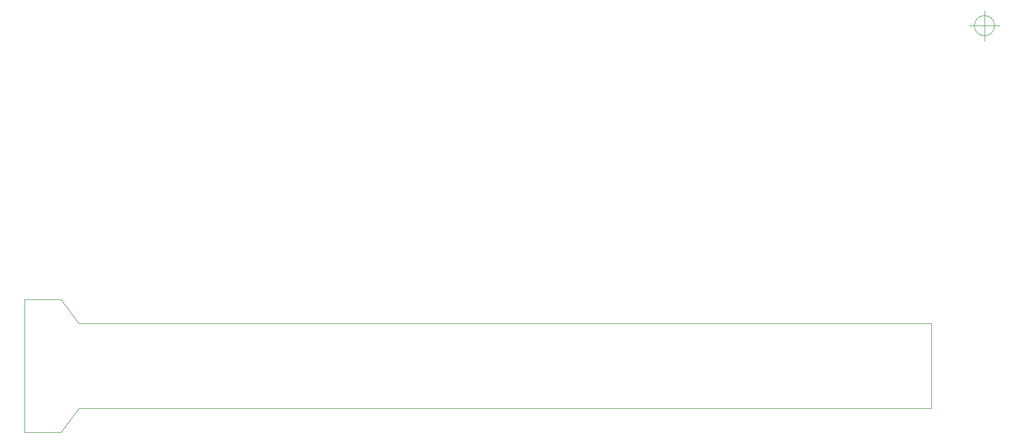
<source format=gbr>
%TF.GenerationSoftware,KiCad,Pcbnew,(5.1.7)-1*%
%TF.CreationDate,2020-11-11T22:14:19+01:00*%
%TF.ProjectId,rgb_sensor_v2,7267625f-7365-46e7-936f-725f76322e6b,rev?*%
%TF.SameCoordinates,Original*%
%TF.FileFunction,Profile,NP*%
%FSLAX46Y46*%
G04 Gerber Fmt 4.6, Leading zero omitted, Abs format (unit mm)*
G04 Created by KiCad (PCBNEW (5.1.7)-1) date 2020-11-11 22:14:19*
%MOMM*%
%LPD*%
G01*
G04 APERTURE LIST*
%TA.AperFunction,Profile*%
%ADD10C,0.050000*%
%TD*%
G04 APERTURE END LIST*
D10*
X94400000Y-86500000D02*
X97400000Y-90500000D01*
X88400000Y-86500000D02*
X94400000Y-86500000D01*
X88400000Y-90500000D02*
X88400000Y-86500000D01*
X94400000Y-108500000D02*
X97400000Y-104500000D01*
X88400000Y-108500000D02*
X94400000Y-108500000D01*
X88400000Y-104500000D02*
X88400000Y-108500000D01*
X88400000Y-104500000D02*
X88400000Y-90500000D01*
X238400000Y-90500000D02*
X97400000Y-90500000D01*
X238400000Y-104500000D02*
X238400000Y-90500000D01*
X97400000Y-104500000D02*
X238400000Y-104500000D01*
X248886666Y-41120000D02*
G75*
G03*
X248886666Y-41120000I-1666666J0D01*
G01*
X244720000Y-41120000D02*
X249720000Y-41120000D01*
X247220000Y-38620000D02*
X247220000Y-43620000D01*
M02*

</source>
